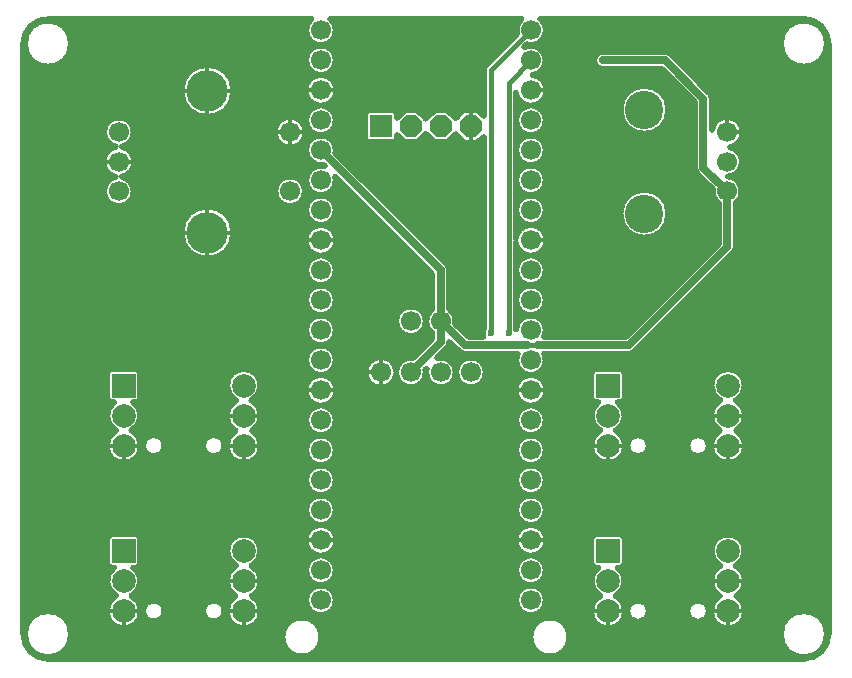
<source format=gbr>
G04 GENERATED BY PULSONIX 12.5 GERBER.DLL 9449*
G04 #@! TF.GenerationSoftware,Pulsonix,Pulsonix,12.5.9449*
G04 #@! TF.CreationDate,2025-01-20T21:22:03--1:00*
G04 #@! TF.Part,Single*
%FSLAX35Y35*%
%LPD*%
%MOMM*%
G04 #@! TF.FileFunction,Copper,L2,Bot*
G04 #@! TF.FilePolarity,Positive*
G04 #@! TA.AperFunction,OtherCopper,Copper*
%ADD14C,0.50000*%
%ADD15C,0.30000*%
G04 #@! TA.AperFunction,ViaPad*
%ADD17C,0.60000*%
%ADD18C,0.70000*%
G04 #@! TA.AperFunction,Conductor*
%ADD19C,0.63500*%
%ADD70C,0.40640*%
G04 #@! TA.AperFunction,ComponentPad*
%ADD23C,1.70000*%
%ADD26C,3.50000*%
%ADD27R,1.90500X1.90500*%
%AMT28*0 Octagon pad*4,1,8,0.39454,0.95250,-0.39454,0.95250,-0.95250,0.39454,-0.95250,-0.39454,-0.39454,-0.95250,0.39454,-0.95250,0.95250,-0.39454,0.95250,0.39454,0.39454,0.95250,0*%
%ADD28T28*%
%ADD72R,2.00000X2.00000*%
%ADD73C,2.00000*%
%ADD75C,3.25000*%
G04 #@! TD.AperFunction*
X0Y0D02*
D02*
D14*
X540800Y5625000D02*
Y625000D01*
G75*
G03*
X750000Y415800I209200J0D01*
G01*
X7150000D01*
G75*
G03*
X7359200Y625000I0J209200D01*
G01*
Y5625000D01*
G75*
G03*
X7150000Y5834200I-209200J0D01*
G01*
X4919191D01*
G75*
G02*
X4804306Y5617662I-80191J-96200D01*
G01*
X4782328Y5595684D01*
G75*
G02*
X4964240Y5484000I56672J-111684D01*
G01*
G75*
G02*
X4851562Y5359392I-125240J0D01*
G01*
G75*
G02*
Y5100608I-12562J-129392D01*
G01*
G75*
G02*
X4964240Y4976000I-12562J-124608D01*
G01*
G75*
G02*
X4713760I-125240J0D01*
G01*
G75*
G02*
X4826438Y5100608I125240J0D01*
G01*
G75*
G02*
X4710560Y5209921I12562J129392D01*
G01*
Y3980079D01*
G75*
G02*
X4826438Y4089392I128440J-20079D01*
G01*
G75*
G02*
X4713760Y4214000I12562J124608D01*
G01*
G75*
G02*
X4964240I125240J0D01*
G01*
G75*
G02*
X4851562Y4089392I-125240J0D01*
G01*
G75*
G02*
Y3830608I-12562J-129392D01*
G01*
G75*
G02*
X4964240Y3706000I-12562J-124608D01*
G01*
G75*
G02*
X4713760I-125240J0D01*
G01*
G75*
G02*
X4826438Y3830608I125240J0D01*
G01*
G75*
G02*
X4710560Y3939921I12562J129392D01*
G01*
Y3210583D01*
G75*
G02*
X4713911Y3204139I-60559J-35585D01*
G01*
G75*
G02*
X4964240Y3198000I125089J-6139D01*
G01*
G75*
G02*
X4951489Y3142943I-125240J0D01*
G01*
X5641133D01*
X6428010Y3929820D01*
Y4272518D01*
G75*
G02*
X6376630Y4396560I71990J102482D01*
G01*
X6249095Y4524095D01*
G75*
G02*
X6228010Y4575279I50905J50905D01*
G01*
Y5129180D01*
X5945180Y5412010D01*
X5471875D01*
G75*
G02*
X5374760Y5484000I-21875J71990D01*
G01*
G75*
G02*
X5471875Y5555990I75240J0D01*
G01*
X5974721D01*
G75*
G02*
X6025905Y5534905I279J-71990D01*
G01*
X6350905Y5209905D01*
G75*
G02*
X6371990Y5158721I-50905J-50905D01*
G01*
Y4897659D01*
G75*
G02*
X6630000Y4875000I128010J-22659D01*
G01*
G75*
G02*
X6525722Y4747570I-130000J0D01*
G01*
G75*
G02*
X6507750Y4500000I-25722J-122570D01*
G01*
G75*
G02*
X6571990Y4272518I-7750J-125000D01*
G01*
Y3900279D01*
G75*
G02*
X6550905Y3849095I-71990J-279D01*
G01*
X5721858Y3020048D01*
G75*
G02*
X5670674Y2998963I-50905J50905D01*
G01*
X4951535D01*
G75*
G02*
X4851562Y2819392I-112535J-54963D01*
G01*
G75*
G02*
Y2560608I-12562J-129392D01*
G01*
G75*
G02*
X4964240Y2436000I-12562J-124608D01*
G01*
G75*
G02*
X4713760I-125240J0D01*
G01*
G75*
G02*
X4826438Y2560608I125240J0D01*
G01*
G75*
G02*
Y2819392I12562J129392D01*
G01*
G75*
G02*
X4726465Y2998963I12562J124608D01*
G01*
X4281048D01*
G75*
G02*
X4230034Y3020158I0J71990D01*
G01*
X4148990Y3101202D01*
Y3095779D01*
G75*
G02*
X4127905Y3044595I-71990J-279D01*
G01*
X4046205Y2962895D01*
G75*
G02*
X4202240Y2841500I30795J-121395D01*
G01*
G75*
G02*
X3951760I-125240J0D01*
G01*
G75*
G02*
X3955605Y2872295I125240J0D01*
G01*
X3946370Y2863060D01*
G75*
G02*
X3948240Y2841500I-123370J-21562D01*
G01*
G75*
G02*
X3698392Y2828938I-125240J0D01*
G01*
G75*
G02*
X3439000Y2841500I-129392J12562D01*
G01*
G75*
G02*
X3698392Y2854062I130000J0D01*
G01*
G75*
G02*
X3844560Y2964870I124608J-12562D01*
G01*
X4005010Y3125320D01*
Y3172518D01*
G75*
G02*
Y3377482I71990J102482D01*
G01*
Y3676180D01*
X3182395Y4498795D01*
G75*
G02*
X3186240Y4468000I-121395J-30795D01*
G01*
G75*
G02*
X2935760I-125240J0D01*
G01*
G75*
G02*
X3091795Y4589395I125240J0D01*
G01*
X3082560Y4598630D01*
G75*
G02*
X2935760Y4722000I-21560J123370D01*
G01*
G75*
G02*
X3186240I125240J0D01*
G01*
G75*
G02*
X3184370Y4700440I-125240J2D01*
G01*
X4127905Y3756905D01*
G75*
G02*
X4148990Y3705721I-50905J-50905D01*
G01*
Y3377482D01*
G75*
G02*
X4200370Y3253439I-71990J-102482D01*
G01*
X4310867Y3142943D01*
X4437502D01*
G75*
G02*
X4439440Y3210583I62498J32057D01*
G01*
Y4835096D01*
X4402274Y4797930D01*
G75*
G02*
X4370297Y4784750I-31820J31820D01*
G01*
X4291703D01*
G75*
G02*
X4259726Y4797930I-157J45000D01*
G01*
X4203930Y4853726D01*
G75*
G02*
X4200805Y4857193I31819J31822D01*
G01*
X4200704Y4857092D01*
X4144908Y4801296D01*
G75*
G02*
X4116403Y4789510I-28454J28454D01*
G01*
X4037597D01*
G75*
G02*
X4009092Y4801296I-51J40240D01*
G01*
X3953296Y4857092D01*
G75*
G02*
X3950000Y4860824I28455J28452D01*
G01*
G75*
G02*
X3946704Y4857092I-31751J24720D01*
G01*
X3890908Y4801296D01*
G75*
G02*
X3862403Y4789510I-28454J28454D01*
G01*
X3783597D01*
G75*
G02*
X3755092Y4801296I-51J40240D01*
G01*
X3704490Y4851898D01*
Y4829750D01*
G75*
G02*
X3664250Y4789510I-40240J0D01*
G01*
X3473750D01*
G75*
G02*
X3433510Y4829750I0J40240D01*
G01*
Y5020250D01*
G75*
G02*
X3473750Y5060490I40240J0D01*
G01*
X3664250D01*
G75*
G02*
X3704490Y5020250I0J-40240D01*
G01*
Y4998102D01*
X3755092Y5048704D01*
G75*
G02*
X3783597Y5060490I28454J-28454D01*
G01*
X3862403D01*
G75*
G02*
X3890908Y5048704I51J-40240D01*
G01*
X3946704Y4992908D01*
G75*
G02*
X3950000Y4989176I-28455J-28452D01*
G01*
G75*
G02*
X3953296Y4992908I31751J-24720D01*
G01*
X4009092Y5048704D01*
G75*
G02*
X4037597Y5060490I28454J-28454D01*
G01*
X4116403D01*
G75*
G02*
X4144908Y5048704I51J-40240D01*
G01*
X4200704Y4992908D01*
X4200805Y4992807D01*
G75*
G02*
X4203930Y4996274I34944J-28355D01*
G01*
X4259726Y5052070D01*
G75*
G02*
X4291703Y5065250I31820J-31820D01*
G01*
X4370297D01*
G75*
G02*
X4402274Y5052070I157J-45000D01*
G01*
X4439440Y5014904D01*
Y5399000D01*
G75*
G02*
X4457360Y5442004I60560J0D01*
G01*
X4718662Y5703306D01*
G75*
G02*
X4758809Y5834200I120338J34694D01*
G01*
X3141191D01*
G75*
G02*
X3186240Y5738000I-80191J-96200D01*
G01*
G75*
G02*
X2935760I-125240J0D01*
G01*
G75*
G02*
X2980809Y5834200I125240J0D01*
G01*
X750000D01*
G75*
G03*
X540800Y5625000I0J-209200D01*
G01*
X7345240Y625000D02*
G75*
G02*
X6954760I-195240J0D01*
G01*
G75*
G02*
X7345240I195240J0D01*
G01*
Y5625000D02*
G75*
G02*
X6954760I-195240J0D01*
G01*
G75*
G02*
X7345240I195240J0D01*
G01*
X4964240Y4468000D02*
G75*
G02*
X4713760I-125240J0D01*
G01*
G75*
G02*
X4964240I125240J0D01*
G01*
Y4722000D02*
G75*
G02*
X4713760I-125240J0D01*
G01*
G75*
G02*
X4964240I125240J0D01*
G01*
Y3452000D02*
G75*
G02*
X4713760I-125240J0D01*
G01*
G75*
G02*
X4964240I125240J0D01*
G01*
X6002740Y4185000D02*
G75*
G02*
X5597260I-202740J0D01*
G01*
G75*
G02*
X6002740I202740J0D01*
G01*
Y5065000D02*
G75*
G02*
X5597260I-202740J0D01*
G01*
G75*
G02*
X6002740I202740J0D01*
G01*
X6344240Y821000D02*
G75*
G02*
X6163760I-90240J0D01*
G01*
G75*
G02*
X6344240I90240J0D01*
G01*
Y2221000D02*
G75*
G02*
X6163760I-90240J0D01*
G01*
G75*
G02*
X6344240I90240J0D01*
G01*
X6438029Y948000D02*
G75*
G02*
X6443116Y1204673I69971J127000D01*
G01*
G75*
G02*
X6367760Y1329000I64884J124327D01*
G01*
G75*
G02*
X6648240I140240J0D01*
G01*
G75*
G02*
X6572884Y1204673I-140240J0D01*
G01*
G75*
G02*
X6577971Y948000I-64884J-129673D01*
G01*
G75*
G02*
X6653000Y821000I-69971J-127000D01*
G01*
G75*
G02*
X6363000I-145000J0D01*
G01*
G75*
G02*
X6438029Y948000I145000J0D01*
G01*
Y2348000D02*
G75*
G02*
X6443116Y2604673I69971J127000D01*
G01*
G75*
G02*
X6367760Y2729000I64884J124327D01*
G01*
G75*
G02*
X6648240I140240J0D01*
G01*
G75*
G02*
X6572884Y2604673I-140240J0D01*
G01*
G75*
G02*
X6577971Y2348000I-64884J-129673D01*
G01*
G75*
G02*
X6653000Y2221000I-69971J-127000D01*
G01*
G75*
G02*
X6363000I-145000J0D01*
G01*
G75*
G02*
X6438029Y2348000I145000J0D01*
G01*
X5427116Y950673D02*
G75*
G02*
X5409988Y1188760I64884J124327D01*
G01*
X5392000D01*
G75*
G02*
X5351760Y1229000I0J40240D01*
G01*
Y1429000D01*
G75*
G02*
X5392000Y1469240I40240J0D01*
G01*
X5592000D01*
G75*
G02*
X5632240Y1429000I0J-40240D01*
G01*
Y1229000D01*
G75*
G02*
X5592000Y1188760I-40240J0D01*
G01*
X5574012D01*
G75*
G02*
X5556884Y950673I-82012J-113760D01*
G01*
G75*
G02*
X5637000Y821000I-64884J-129673D01*
G01*
G75*
G02*
X5347000I-145000J0D01*
G01*
G75*
G02*
X5427116Y950673I145000J0D01*
G01*
Y2350673D02*
G75*
G02*
X5409988Y2588760I64884J124327D01*
G01*
X5392000D01*
G75*
G02*
X5351760Y2629000I0J40240D01*
G01*
Y2829000D01*
G75*
G02*
X5392000Y2869240I40240J0D01*
G01*
X5592000D01*
G75*
G02*
X5632240Y2829000I0J-40240D01*
G01*
Y2629000D01*
G75*
G02*
X5592000Y2588760I-40240J0D01*
G01*
X5574012D01*
G75*
G02*
X5556884Y2350673I-82012J-113760D01*
G01*
G75*
G02*
X5637000Y2221000I-64884J-129673D01*
G01*
G75*
G02*
X5347000I-145000J0D01*
G01*
G75*
G02*
X5427116Y2350673I145000J0D01*
G01*
X5836240Y821000D02*
G75*
G02*
X5655760I-90240J0D01*
G01*
G75*
G02*
X5836240I90240J0D01*
G01*
Y2221000D02*
G75*
G02*
X5655760I-90240J0D01*
G01*
G75*
G02*
X5836240I90240J0D01*
G01*
X4964240Y1674000D02*
G75*
G02*
X4851562Y1549392I-125240J0D01*
G01*
G75*
G02*
Y1290608I-12562J-129392D01*
G01*
G75*
G02*
X4964240Y1166000I-12562J-124608D01*
G01*
G75*
G02*
X4713760I-125240J0D01*
G01*
G75*
G02*
X4826438Y1290608I125240J0D01*
G01*
G75*
G02*
Y1549392I12562J129392D01*
G01*
G75*
G02*
X4713760Y1674000I12562J124608D01*
G01*
G75*
G02*
X4964240I125240J0D01*
G01*
Y912000D02*
G75*
G02*
X4713760I-125240J0D01*
G01*
G75*
G02*
X4964240I125240J0D01*
G01*
X5165240Y601500D02*
G75*
G02*
X4834760I-165240J0D01*
G01*
G75*
G02*
X5165240I165240J0D01*
G01*
X4964240Y1928000D02*
G75*
G02*
X4713760I-125240J0D01*
G01*
G75*
G02*
X4964240I125240J0D01*
G01*
Y2182000D02*
G75*
G02*
X4713760I-125240J0D01*
G01*
G75*
G02*
X4964240I125240J0D01*
G01*
X4456240Y2841500D02*
G75*
G02*
X4205760I-125240J0D01*
G01*
G75*
G02*
X4456240I125240J0D01*
G01*
X3948240Y3275000D02*
G75*
G02*
X3697760I-125240J0D01*
G01*
G75*
G02*
X3948240I125240J0D01*
G01*
X1324278Y4752430D02*
G75*
G02*
X1224760Y4875000I25722J122570D01*
G01*
G75*
G02*
X1475240I125240J0D01*
G01*
G75*
G02*
X1375722Y4752430I-125240J0D01*
G01*
G75*
G02*
Y4497570I-25722J-127430D01*
G01*
G75*
G02*
X1475240Y4375000I-25722J-122570D01*
G01*
G75*
G02*
X1224760I-125240J0D01*
G01*
G75*
G02*
X1324278Y4497570I125240J0D01*
G01*
G75*
G02*
Y4752430I25722J127430D01*
G01*
X1327116Y950673D02*
G75*
G02*
X1309988Y1188760I64884J124327D01*
G01*
X1292000D01*
G75*
G02*
X1251760Y1229000I0J40240D01*
G01*
Y1429000D01*
G75*
G02*
X1292000Y1469240I40240J0D01*
G01*
X1492000D01*
G75*
G02*
X1532240Y1429000I0J-40240D01*
G01*
Y1229000D01*
G75*
G02*
X1492000Y1188760I-40240J0D01*
G01*
X1474012D01*
G75*
G02*
X1456884Y950673I-82012J-113760D01*
G01*
G75*
G02*
X1537000Y821000I-64884J-129673D01*
G01*
G75*
G02*
X1247000I-145000J0D01*
G01*
G75*
G02*
X1327116Y950673I145000J0D01*
G01*
Y2350673D02*
G75*
G02*
X1309988Y2588760I64884J124327D01*
G01*
X1292000D01*
G75*
G02*
X1251760Y2629000I0J40240D01*
G01*
Y2829000D01*
G75*
G02*
X1292000Y2869240I40240J0D01*
G01*
X1492000D01*
G75*
G02*
X1532240Y2829000I0J-40240D01*
G01*
Y2629000D01*
G75*
G02*
X1492000Y2588760I-40240J0D01*
G01*
X1474012D01*
G75*
G02*
X1456884Y2350673I-82012J-113760D01*
G01*
G75*
G02*
X1537000Y2221000I-64884J-129673D01*
G01*
G75*
G02*
X1247000I-145000J0D01*
G01*
G75*
G02*
X1327116Y2350673I145000J0D01*
G01*
X1736240Y821000D02*
G75*
G02*
X1555760I-90240J0D01*
G01*
G75*
G02*
X1736240I90240J0D01*
G01*
Y2221000D02*
G75*
G02*
X1555760I-90240J0D01*
G01*
G75*
G02*
X1736240I90240J0D01*
G01*
X2320000Y4025000D02*
G75*
G02*
X1880000I-220000J0D01*
G01*
G75*
G02*
X2320000I220000J0D01*
G01*
X2244240Y821000D02*
G75*
G02*
X2063760I-90240J0D01*
G01*
G75*
G02*
X2244240I90240J0D01*
G01*
Y2221000D02*
G75*
G02*
X2063760I-90240J0D01*
G01*
G75*
G02*
X2244240I90240J0D01*
G01*
X2338029Y948000D02*
G75*
G02*
X2343116Y1204673I69971J127000D01*
G01*
G75*
G02*
X2267760Y1329000I64884J124327D01*
G01*
G75*
G02*
X2548240I140240J0D01*
G01*
G75*
G02*
X2472884Y1204673I-140240J0D01*
G01*
G75*
G02*
X2477971Y948000I-64884J-129673D01*
G01*
G75*
G02*
X2553000Y821000I-69971J-127000D01*
G01*
G75*
G02*
X2263000I-145000J0D01*
G01*
G75*
G02*
X2338029Y948000I145000J0D01*
G01*
Y2348000D02*
G75*
G02*
X2343116Y2604673I69971J127000D01*
G01*
G75*
G02*
X2267760Y2729000I64884J124327D01*
G01*
G75*
G02*
X2548240I140240J0D01*
G01*
G75*
G02*
X2472884Y2604673I-140240J0D01*
G01*
G75*
G02*
X2477971Y2348000I-64884J-129673D01*
G01*
G75*
G02*
X2553000Y2221000I-69971J-127000D01*
G01*
G75*
G02*
X2263000I-145000J0D01*
G01*
G75*
G02*
X2338029Y2348000I145000J0D01*
G01*
X2320000Y5225000D02*
G75*
G02*
X1880000I-220000J0D01*
G01*
G75*
G02*
X2320000I220000J0D01*
G01*
X2930000Y4875000D02*
G75*
G02*
X2670000I-130000J0D01*
G01*
G75*
G02*
X2930000I130000J0D01*
G01*
X2925240Y4375000D02*
G75*
G02*
X2674760I-125240J0D01*
G01*
G75*
G02*
X2925240I125240J0D01*
G01*
X3065240Y601500D02*
G75*
G02*
X2734760I-165240J0D01*
G01*
G75*
G02*
X3065240I165240J0D01*
G01*
X3048438Y1549392D02*
G75*
G02*
X2935760Y1674000I12562J124608D01*
G01*
G75*
G02*
X3186240I125240J0D01*
G01*
G75*
G02*
X3073562Y1549392I-125240J0D01*
G01*
G75*
G02*
Y1290608I-12562J-129392D01*
G01*
G75*
G02*
X3186240Y1166000I-12562J-124608D01*
G01*
G75*
G02*
X2935760I-125240J0D01*
G01*
G75*
G02*
X3048438Y1290608I125240J0D01*
G01*
G75*
G02*
Y1549392I12562J129392D01*
G01*
X3186240Y912000D02*
G75*
G02*
X2935760I-125240J0D01*
G01*
G75*
G02*
X3186240I125240J0D01*
G01*
X3048438Y2819392D02*
G75*
G02*
X2935760Y2944000I12562J124608D01*
G01*
G75*
G02*
X3186240I125240J0D01*
G01*
G75*
G02*
X3073562Y2819392I-125240J0D01*
G01*
G75*
G02*
Y2560608I-12562J-129392D01*
G01*
G75*
G02*
X3186240Y2436000I-12562J-124608D01*
G01*
G75*
G02*
X2935760I-125240J0D01*
G01*
G75*
G02*
X3048438Y2560608I125240J0D01*
G01*
G75*
G02*
Y2819392I12562J129392D01*
G01*
X3186240Y1928000D02*
G75*
G02*
X2935760I-125240J0D01*
G01*
G75*
G02*
X3186240I125240J0D01*
G01*
Y2182000D02*
G75*
G02*
X2935760I-125240J0D01*
G01*
G75*
G02*
X3186240I125240J0D01*
G01*
X3048438Y4089392D02*
G75*
G02*
X2935760Y4214000I12562J124608D01*
G01*
G75*
G02*
X3186240I125240J0D01*
G01*
G75*
G02*
X3073562Y4089392I-125240J0D01*
G01*
G75*
G02*
Y3830608I-12562J-129392D01*
G01*
G75*
G02*
X3186240Y3706000I-12562J-124608D01*
G01*
G75*
G02*
X2935760I-125240J0D01*
G01*
G75*
G02*
X3048438Y3830608I125240J0D01*
G01*
G75*
G02*
Y4089392I12562J129392D01*
G01*
X3186240Y3198000D02*
G75*
G02*
X2935760I-125240J0D01*
G01*
G75*
G02*
X3186240I125240J0D01*
G01*
Y3452000D02*
G75*
G02*
X2935760I-125240J0D01*
G01*
G75*
G02*
X3186240I125240J0D01*
G01*
X3048438Y5359392D02*
G75*
G02*
X2935760Y5484000I12562J124608D01*
G01*
G75*
G02*
X3186240I125240J0D01*
G01*
G75*
G02*
X3073562Y5359392I-125240J0D01*
G01*
G75*
G02*
Y5100608I-12562J-129392D01*
G01*
G75*
G02*
X3186240Y4976000I-12562J-124608D01*
G01*
G75*
G02*
X2935760I-125240J0D01*
G01*
G75*
G02*
X3048438Y5100608I125240J0D01*
G01*
G75*
G02*
Y5359392I12562J129392D01*
G01*
X945240Y625000D02*
G75*
G02*
X554760I-195240J0D01*
G01*
G75*
G02*
X945240I195240J0D01*
G01*
Y5625000D02*
G75*
G02*
X554760I-195240J0D01*
G01*
G75*
G02*
X945240I195240J0D01*
G01*
X540800Y4722000D02*
G36*
X540800Y4722000D02*
Y4468000D01*
X1266119D01*
G75*
G02*
X1324278Y4497570I83881J-93000D01*
G01*
G75*
G02*
X1220000Y4625000I25722J127430D01*
G01*
G75*
G02*
X1263449Y4722000I130000J0D01*
G01*
X540800D01*
G37*
Y4875000D02*
G36*
X540800Y4875000D02*
Y4722000D01*
X1263449D01*
G75*
G02*
X1324278Y4752430I86551J-97000D01*
G01*
G75*
G02*
X1224760Y4875000I25722J122570D01*
G01*
X540800D01*
G37*
Y1420000D02*
G36*
X540800Y1420000D02*
Y821000D01*
X1247000D01*
G75*
G02*
X1327116Y950673I145000J0D01*
G01*
G75*
G02*
X1251760Y1075000I64884J124327D01*
G01*
G75*
G02*
X1309988Y1188760I140240J0D01*
G01*
X1292000D01*
G75*
G02*
X1251760Y1229000I0J40240D01*
G01*
Y1420000D01*
X540800D01*
G37*
Y2841500D02*
G36*
X540800Y2841500D02*
Y2221000D01*
X1247000D01*
G75*
G02*
X1327116Y2350673I145000J0D01*
G01*
G75*
G02*
X1251760Y2475000I64884J124327D01*
G01*
G75*
G02*
X1309988Y2588760I140240J0D01*
G01*
X1292000D01*
G75*
G02*
X1251760Y2629000I0J40240D01*
G01*
Y2829000D01*
G75*
G02*
X1253751Y2841500I40240J-1D01*
G01*
X540800D01*
G37*
X1456884Y950673D02*
G36*
X1456884Y950673D02*
G75*
G02*
X1537000Y821000I-64884J-129673D01*
G01*
X1555760D01*
G75*
G02*
X1736240I90240J0D01*
G01*
X2063760D01*
G75*
G02*
X2244240I90240J0D01*
G01*
X2263000D01*
G75*
G02*
X2338029Y948000I145000J0D01*
G01*
G75*
G02*
X2263000Y1075000I69971J127000D01*
G01*
G75*
G02*
X2343116Y1204673I145000J0D01*
G01*
G75*
G02*
X2267760Y1329000I64884J124327D01*
G01*
G75*
G02*
X2301294Y1420000I140240J0D01*
G01*
X1532240D01*
Y1229000D01*
G75*
G02*
X1492000Y1188760I-40240J0D01*
G01*
X1474012D01*
G75*
G02*
X1532240Y1075000I-82012J-113760D01*
G01*
G75*
G02*
X1456884Y950673I-140240J0D01*
G01*
G37*
Y2350673D02*
G36*
X1456884Y2350673D02*
G75*
G02*
X1537000Y2221000I-64884J-129673D01*
G01*
X1555760D01*
G75*
G02*
X1736240I90240J0D01*
G01*
X2063760D01*
G75*
G02*
X2244240I90240J0D01*
G01*
X2263000D01*
G75*
G02*
X2338029Y2348000I145000J0D01*
G01*
G75*
G02*
X2263000Y2475000I69971J127000D01*
G01*
G75*
G02*
X2343116Y2604673I145000J0D01*
G01*
G75*
G02*
X2267760Y2729000I64884J124327D01*
G01*
G75*
G02*
X2324268Y2841500I140240J0D01*
G01*
X1530249D01*
G75*
G02*
X1532240Y2829000I-38249J-12501D01*
G01*
Y2629000D01*
G75*
G02*
X1492000Y2588760I-40240J0D01*
G01*
X1474012D01*
G75*
G02*
X1532240Y2475000I-82012J-113760D01*
G01*
G75*
G02*
X1456884Y2350673I-140240J0D01*
G01*
G37*
X540800Y5065000D02*
G36*
X540800Y5065000D02*
Y4875000D01*
X1224760D01*
G75*
G02*
X1475240I125240J0D01*
G01*
X2670000D01*
G75*
G02*
X2930000I130000J0D01*
G01*
X2986946D01*
G75*
G02*
X2935760Y4976000I74054J101000D01*
G01*
G75*
G02*
X2972886Y5065000I125240J0D01*
G01*
X2250997D01*
G75*
G02*
X1949003I-150997J160000D01*
G01*
X540800D01*
G37*
Y5625000D02*
G36*
X540800Y5625000D02*
X554760D01*
G75*
G02*
X945240I195240J0D01*
G01*
X3006999D01*
G75*
G02*
X2935760Y5738000I54001J113000D01*
G01*
G75*
G02*
X2980809Y5834200I125240J0D01*
G01*
X750000D01*
G75*
G03*
X540800Y5625000I0J-209200D01*
G01*
G37*
X1375722Y4497570D02*
G36*
X1375722Y4497570D02*
G75*
G02*
X1433881Y4468000I-25722J-122570D01*
G01*
X2716119D01*
G75*
G02*
X2883881I83881J-93000D01*
G01*
X2935760D01*
G75*
G02*
X3091795Y4589395I125240J0D01*
G01*
X3082560Y4598630D01*
G75*
G02*
X2935760Y4722000I-21560J123370D01*
G01*
X1436551D01*
G75*
G02*
X1480000Y4625000I-86551J-97000D01*
G01*
G75*
G02*
X1375722Y4497570I-130000J0D01*
G01*
G37*
X3182395Y4498795D02*
G36*
X3182395Y4498795D02*
G75*
G02*
X3186240Y4468000I-121395J-30795D01*
G01*
X3213190D01*
X3182395Y4498795D01*
G37*
X540800Y4468000D02*
G36*
X540800Y4468000D02*
Y4185000D01*
X1949003D01*
G75*
G02*
X2250997I150997J-160000D01*
G01*
X2939164D01*
G75*
G02*
X2935760Y4214000I121836J29001D01*
G01*
G75*
G02*
X3186240I125240J0D01*
G01*
G75*
G02*
X3182836Y4185000I-125240J1D01*
G01*
X3496190D01*
X3213190Y4468000D01*
X3186240D01*
G75*
G02*
X2935760I-125240J0D01*
G01*
X2883881D01*
G75*
G02*
X2925240Y4375000I-83881J-93000D01*
G01*
G75*
G02*
X2674760I-125240J0D01*
G01*
G75*
G02*
X2716119Y4468000I125240J0D01*
G01*
X1433881D01*
G75*
G02*
X1475240Y4375000I-83881J-93000D01*
G01*
G75*
G02*
X1224760I-125240J0D01*
G01*
G75*
G02*
X1266119Y4468000I125240J0D01*
G01*
X540800D01*
G37*
X3946370Y2863060D02*
G36*
X3946370Y2863060D02*
G75*
G02*
X3948240Y2841500I-123370J-21562D01*
G01*
X3951760D01*
G75*
G02*
X3955605Y2872295I125240J0D01*
G01*
X3946370Y2863060D01*
G37*
X540800Y3275000D02*
G36*
X540800Y3275000D02*
Y2841500D01*
X1253751D01*
G75*
G02*
X1292000Y2869240I38249J-12500D01*
G01*
X1492000D01*
G75*
G02*
X1530249Y2841500I0J-40240D01*
G01*
X2324268D01*
G75*
G02*
X2491732I83732J-112500D01*
G01*
X2989037D01*
G75*
G02*
X2935760Y2944000I71963J102501D01*
G01*
G75*
G02*
X3186240I125240J0D01*
G01*
G75*
G02*
X3132963Y2841500I-125240J1D01*
G01*
X3439000D01*
G75*
G02*
X3698392Y2854062I130000J0D01*
G01*
G75*
G02*
X3844560Y2964870I124608J-12562D01*
G01*
X4005010Y3125320D01*
Y3172518D01*
G75*
G02*
X3951760Y3275000I71990J102482D01*
G01*
X3948240D01*
G75*
G02*
X3697760I-125240J0D01*
G01*
X3159773D01*
G75*
G02*
X3186240Y3198000I-98773J-77000D01*
G01*
G75*
G02*
X2935760I-125240J0D01*
G01*
G75*
G02*
X2962227Y3275000I125240J0D01*
G01*
X540800D01*
G37*
Y3452000D02*
G36*
X540800Y3452000D02*
Y3275000D01*
X2962227D01*
G75*
G02*
X3159773I98773J-77000D01*
G01*
X3697760D01*
G75*
G02*
X3948240I125240J0D01*
G01*
X3951760D01*
G75*
G02*
X4005010Y3377482I125240J0D01*
G01*
Y3452000D01*
X3186240D01*
G75*
G02*
X2935760I-125240J0D01*
G01*
X540800D01*
G37*
Y4185000D02*
G36*
X540800Y4185000D02*
Y3452000D01*
X2935760D01*
G75*
G02*
X3186240I125240J0D01*
G01*
X4005010D01*
Y3676180D01*
X3496190Y4185000D01*
X3182836D01*
G75*
G02*
X3073562Y4089392I-121836J29000D01*
G01*
G75*
G02*
X3191000Y3960000I-12562J-129392D01*
G01*
G75*
G02*
X3073562Y3830608I-130000J0D01*
G01*
G75*
G02*
X3186240Y3706000I-12562J-124608D01*
G01*
G75*
G02*
X2935760I-125240J0D01*
G01*
G75*
G02*
X3048438Y3830608I125240J0D01*
G01*
G75*
G02*
X2931000Y3960000I12562J129392D01*
G01*
G75*
G02*
X3048438Y4089392I130000J0D01*
G01*
G75*
G02*
X2939164Y4185000I12562J124608D01*
G01*
X2250997D01*
G75*
G02*
X2320000Y4025000I-150997J-160000D01*
G01*
G75*
G02*
X1880000I-220000J0D01*
G01*
G75*
G02*
X1949003Y4185000I220000J0D01*
G01*
X540800D01*
G37*
X3135054Y4875000D02*
G36*
X3135054Y4875000D02*
X3433510D01*
Y5020250D01*
G75*
G02*
X3473750Y5060490I40240J0D01*
G01*
X3664250D01*
G75*
G02*
X3704490Y5020250I0J-40240D01*
G01*
Y4998102D01*
X3755092Y5048704D01*
G75*
G02*
X3783597Y5060490I28454J-28454D01*
G01*
X3862403D01*
G75*
G02*
X3890908Y5048704I51J-40240D01*
G01*
X3946704Y4992908D01*
G75*
G02*
X3950000Y4989176I-28455J-28452D01*
G01*
G75*
G02*
X3953296Y4992908I31751J-24720D01*
G01*
X4009092Y5048704D01*
G75*
G02*
X4037597Y5060490I28454J-28454D01*
G01*
X4116403D01*
G75*
G02*
X4144908Y5048704I51J-40240D01*
G01*
X4200704Y4992908D01*
X4200805Y4992807D01*
G75*
G02*
X4203930Y4996274I34944J-28355D01*
G01*
X4259726Y5052070D01*
G75*
G02*
X4286807Y5065000I31820J-31820D01*
G01*
X3149114D01*
G75*
G02*
X3186240Y4976000I-88114J-89000D01*
G01*
G75*
G02*
X3135054Y4875000I-125240J0D01*
G01*
G37*
X4200370Y3253439D02*
G36*
X4200370Y3253439D02*
X4310867Y3142943D01*
X4437502D01*
G75*
G02*
X4429760Y3175000I62498J32057D01*
G01*
G75*
G02*
X4439440Y3210583I70240J0D01*
G01*
Y3275000D01*
X4202240D01*
G75*
G02*
X4200370Y3253439I-125240J1D01*
G01*
G37*
X4148990Y3452000D02*
G36*
X4148990Y3452000D02*
Y3377482D01*
G75*
G02*
X4202240Y3275000I-71990J-102482D01*
G01*
X4439440D01*
Y3452000D01*
X4148990D01*
G37*
X3699810Y4185000D02*
G36*
X3699810Y4185000D02*
X4127905Y3756905D01*
G75*
G02*
X4148991Y3706000I-50905J-50906D01*
G01*
X4148990Y3705721D01*
Y3452000D01*
X4439440D01*
Y4185000D01*
X3699810D01*
G37*
X3416810Y4468000D02*
G36*
X3416810Y4468000D02*
X3699810Y4185000D01*
X4439440D01*
Y4468000D01*
X3416810D01*
G37*
X3184370Y4700440D02*
G36*
X3184370Y4700440D02*
X3416810Y4468000D01*
X4439440D01*
Y4722000D01*
X3186240D01*
G75*
G02*
X3184370Y4700440I-125240J2D01*
G01*
G37*
X1375722Y4752430D02*
G36*
X1375722Y4752430D02*
G75*
G02*
X1436551Y4722000I-25722J-127430D01*
G01*
X2935760D01*
G75*
G02*
X3186240I125240J0D01*
G01*
X4439440D01*
Y4835096D01*
X4402274Y4797930D01*
G75*
G02*
X4370297Y4784750I-31820J31820D01*
G01*
X4291703D01*
G75*
G02*
X4259726Y4797930I-157J45000D01*
G01*
X4203930Y4853726D01*
G75*
G02*
X4200805Y4857193I31819J31822D01*
G01*
X4200704Y4857092D01*
X4144908Y4801296D01*
G75*
G02*
X4116403Y4789510I-28454J28454D01*
G01*
X4037597D01*
G75*
G02*
X4009092Y4801296I-51J40240D01*
G01*
X3953296Y4857092D01*
G75*
G02*
X3950000Y4860824I28455J28452D01*
G01*
G75*
G02*
X3946704Y4857092I-31751J24720D01*
G01*
X3890908Y4801296D01*
G75*
G02*
X3862403Y4789510I-28454J28454D01*
G01*
X3783597D01*
G75*
G02*
X3755092Y4801296I-51J40240D01*
G01*
X3704490Y4851898D01*
Y4829750D01*
G75*
G02*
X3664250Y4789510I-40240J0D01*
G01*
X3473750D01*
G75*
G02*
X3433510Y4829750I0J40240D01*
G01*
Y4875000D01*
X3135054D01*
G75*
G02*
X2986946I-74054J101000D01*
G01*
X2930000D01*
G75*
G02*
X2670000I-130000J0D01*
G01*
X1475240D01*
G75*
G02*
X1375722Y4752430I-125240J0D01*
G01*
G37*
X4375193Y5065000D02*
G36*
X4375193Y5065000D02*
G75*
G02*
X4402274Y5052070I-4739J-44750D01*
G01*
X4439440Y5014904D01*
Y5065000D01*
X4375193D01*
G37*
X540800Y5625000D02*
G36*
X540800Y5625000D02*
Y5065000D01*
X1949003D01*
G75*
G02*
X1880000Y5225000I150997J160000D01*
G01*
G75*
G02*
X2320000I220000J0D01*
G01*
G75*
G02*
X2250997Y5065000I-220000J0D01*
G01*
X2972886D01*
G75*
G02*
X3048438Y5100608I88113J-89000D01*
G01*
G75*
G02*
X2931000Y5230000I12562J129392D01*
G01*
G75*
G02*
X3048438Y5359392I130000J0D01*
G01*
G75*
G02*
X2935760Y5484000I12562J124608D01*
G01*
G75*
G02*
X3186240I125240J0D01*
G01*
G75*
G02*
X3073562Y5359392I-125240J0D01*
G01*
G75*
G02*
X3191000Y5230000I-12562J-129392D01*
G01*
G75*
G02*
X3073562Y5100608I-130000J0D01*
G01*
G75*
G02*
X3149114Y5065000I-12561J-124608D01*
G01*
X4286807D01*
G75*
G02*
X4291703Y5065250I4739J-44750D01*
G01*
X4370297D01*
G75*
G02*
X4375193Y5065000I157J-45000D01*
G01*
X4439440D01*
Y5399000D01*
G75*
G02*
X4457360Y5442004I60560J0D01*
G01*
X4640356Y5625000D01*
X3115001D01*
G75*
G02*
X3006999I-54001J113000D01*
G01*
X945240D01*
G75*
G02*
X554760I-195240J0D01*
G01*
X540800D01*
G37*
X4710560Y3275000D02*
G36*
X4710560Y3275000D02*
Y3210583D01*
G75*
G02*
X4713911Y3204139I-60559J-35585D01*
G01*
G75*
G02*
X4740228Y3275000I125089J-6139D01*
G01*
X4710560D01*
G37*
X3115001Y5625000D02*
G36*
X3115001Y5625000D02*
X4640356D01*
X4718662Y5703306D01*
G75*
G02*
X4713760Y5738000I120338J34696D01*
G01*
G75*
G02*
X4758809Y5834200I125240J0D01*
G01*
X3141191D01*
G75*
G02*
X3186240Y5738000I-80191J-96200D01*
G01*
G75*
G02*
X3115001Y5625000I-125240J0D01*
G01*
G37*
X4710560Y5065000D02*
G36*
X4710560Y5065000D02*
Y4875000D01*
X4764946D01*
G75*
G02*
X4713760Y4976000I74054J101000D01*
G01*
G75*
G02*
X4750886Y5065000I125240J0D01*
G01*
X4710560D01*
G37*
X4046205Y2962895D02*
G36*
X4046205Y2962895D02*
G75*
G02*
X4202240Y2841500I30795J-121395D01*
G01*
X4205760D01*
G75*
G02*
X4456240I125240J0D01*
G01*
X4767037D01*
G75*
G02*
X4713760Y2944000I71963J102501D01*
G01*
G75*
G02*
X4726465Y2998963I125240J0D01*
G01*
X4281048D01*
G75*
G02*
X4230034Y3020158I0J71990D01*
G01*
X4148990Y3101202D01*
Y3095779D01*
X4148991Y3095500D01*
G75*
G02*
X4127905Y3044595I-71991J1D01*
G01*
X4046205Y2962895D01*
G37*
X4710560Y4185000D02*
G36*
X4710560Y4185000D02*
Y3980079D01*
G75*
G02*
X4826438Y4089392I128440J-20079D01*
G01*
G75*
G02*
X4717164Y4185000I12562J124608D01*
G01*
X4710560D01*
G37*
Y5209921D02*
G36*
X4710560Y5209921D02*
Y5065000D01*
X4750886D01*
G75*
G02*
X4826438Y5100608I88113J-89000D01*
G01*
G75*
G02*
X4710560Y5209921I12562J129392D01*
G01*
G37*
X2472884Y1204673D02*
G36*
X2472884Y1204673D02*
G75*
G02*
X2553000Y1075000I-64884J-129673D01*
G01*
G75*
G02*
X2477971Y948000I-145000J0D01*
G01*
G75*
G02*
X2553000Y821000I-69971J-127000D01*
G01*
X2974953D01*
G75*
G02*
X2935760Y912000I86047J91000D01*
G01*
G75*
G02*
X3186240I125240J0D01*
G01*
G75*
G02*
X3147047Y821000I-125240J0D01*
G01*
X4752953D01*
G75*
G02*
X4713760Y912000I86047J91000D01*
G01*
G75*
G02*
X4964240I125240J0D01*
G01*
G75*
G02*
X4925047Y821000I-125240J0D01*
G01*
X5347000D01*
G75*
G02*
X5427116Y950673I145000J0D01*
G01*
G75*
G02*
X5351760Y1075000I64884J124327D01*
G01*
G75*
G02*
X5409988Y1188760I140240J0D01*
G01*
X5392000D01*
G75*
G02*
X5351760Y1229000I0J40240D01*
G01*
Y1420000D01*
X4969000D01*
G75*
G02*
X4851562Y1290608I-130000J0D01*
G01*
G75*
G02*
X4964240Y1166000I-12562J-124608D01*
G01*
G75*
G02*
X4713760I-125240J0D01*
G01*
G75*
G02*
X4826438Y1290608I125240J0D01*
G01*
G75*
G02*
X4709000Y1420000I12562J129392D01*
G01*
X3191000D01*
G75*
G02*
X3073562Y1290608I-130000J0D01*
G01*
G75*
G02*
X3186240Y1166000I-12562J-124608D01*
G01*
G75*
G02*
X2935760I-125240J0D01*
G01*
G75*
G02*
X3048438Y1290608I125240J0D01*
G01*
G75*
G02*
X2931000Y1420000I12562J129392D01*
G01*
X2514706D01*
G75*
G02*
X2548240Y1329000I-106706J-91000D01*
G01*
G75*
G02*
X2472884Y1204673I-140240J0D01*
G01*
G37*
Y2604673D02*
G36*
X2472884Y2604673D02*
G75*
G02*
X2553000Y2475000I-64884J-129673D01*
G01*
G75*
G02*
X2477971Y2348000I-145000J0D01*
G01*
G75*
G02*
X2553000Y2221000I-69971J-127000D01*
G01*
X2941987D01*
G75*
G02*
X3180013I119013J-39000D01*
G01*
X4719987D01*
G75*
G02*
X4958013I119013J-39000D01*
G01*
X5347000D01*
G75*
G02*
X5427116Y2350673I145000J0D01*
G01*
G75*
G02*
X5351760Y2475000I64884J124327D01*
G01*
G75*
G02*
X5409988Y2588760I140240J0D01*
G01*
X5392000D01*
G75*
G02*
X5351760Y2629000I0J40240D01*
G01*
Y2829000D01*
G75*
G02*
X5353751Y2841500I40240J-1D01*
G01*
X4910963D01*
G75*
G02*
X4851562Y2819392I-71963J102500D01*
G01*
G75*
G02*
X4969000Y2690000I-12562J-129392D01*
G01*
G75*
G02*
X4851562Y2560608I-130000J0D01*
G01*
G75*
G02*
X4964240Y2436000I-12562J-124608D01*
G01*
G75*
G02*
X4713760I-125240J0D01*
G01*
G75*
G02*
X4826438Y2560608I125240J0D01*
G01*
G75*
G02*
X4709000Y2690000I12562J129392D01*
G01*
G75*
G02*
X4826438Y2819392I130000J0D01*
G01*
G75*
G02*
X4767037Y2841500I12562J124608D01*
G01*
X4456240D01*
G75*
G02*
X4205760I-125240J0D01*
G01*
X4202240D01*
G75*
G02*
X3951760I-125240J0D01*
G01*
X3948240D01*
G75*
G02*
X3698392Y2828938I-125240J0D01*
G01*
G75*
G02*
X3439000Y2841500I-129392J12562D01*
G01*
X3132963D01*
G75*
G02*
X3073562Y2819392I-71963J102500D01*
G01*
G75*
G02*
X3191000Y2690000I-12562J-129392D01*
G01*
G75*
G02*
X3073562Y2560608I-130000J0D01*
G01*
G75*
G02*
X3186240Y2436000I-12562J-124608D01*
G01*
G75*
G02*
X2935760I-125240J0D01*
G01*
G75*
G02*
X3048438Y2560608I125240J0D01*
G01*
G75*
G02*
X2931000Y2690000I12562J129392D01*
G01*
G75*
G02*
X3048438Y2819392I130000J0D01*
G01*
G75*
G02*
X2989037Y2841500I12562J124608D01*
G01*
X2491732D01*
G75*
G02*
X2548240Y2729000I-83732J-112500D01*
G01*
G75*
G02*
X2472884Y2604673I-140240J0D01*
G01*
G37*
X4913054Y4875000D02*
G36*
X4913054Y4875000D02*
X5729265D01*
G75*
G02*
X5597260Y5065000I70735J190000D01*
G01*
X4927114D01*
G75*
G02*
X4964240Y4976000I-88114J-89000D01*
G01*
G75*
G02*
X4913054Y4875000I-125240J0D01*
G01*
G37*
X4937773Y3275000D02*
G36*
X4937773Y3275000D02*
G75*
G02*
X4964240Y3198000I-98773J-77000D01*
G01*
G75*
G02*
X4951489Y3142943I-125240J0D01*
G01*
X5641133D01*
X5773190Y3275000D01*
X4937773D01*
G37*
X4710560Y3452000D02*
G36*
X4710560Y3452000D02*
Y3275000D01*
X4740228D01*
G75*
G02*
X4937773I98773J-77000D01*
G01*
X5773190D01*
X5950190Y3452000D01*
X4964240D01*
G75*
G02*
X4713760I-125240J0D01*
G01*
X4710560D01*
G37*
Y4875000D02*
G36*
X4710560Y4875000D02*
Y4722000D01*
X4713760D01*
G75*
G02*
X4964240I125240J0D01*
G01*
X6228010D01*
Y4875000D01*
X5870735D01*
G75*
G02*
X5729265I-70735J190000D01*
G01*
X4913054D01*
G75*
G02*
X4764946I-74054J101000D01*
G01*
X4710560D01*
G37*
X5870735D02*
G36*
X5870735Y4875000D02*
X6228010D01*
Y5065000D01*
X6002740D01*
G75*
G02*
X5870735Y4875000I-202740J0D01*
G01*
G37*
X4710560Y4722000D02*
G36*
X4710560Y4722000D02*
Y4468000D01*
X4713760D01*
G75*
G02*
X4964240I125240J0D01*
G01*
X6305190D01*
X6249095Y4524095D01*
G75*
G02*
X6228009Y4575000I50905J50906D01*
G01*
X6228010Y4575279D01*
Y4722000D01*
X4964240D01*
G75*
G02*
X4713760I-125240J0D01*
G01*
X4710560D01*
G37*
Y3939921D02*
G36*
X4710560Y3939921D02*
Y3452000D01*
X4713760D01*
G75*
G02*
X4964240I125240J0D01*
G01*
X5950190D01*
X6428010Y3929820D01*
Y4185000D01*
X6002740D01*
G75*
G02*
X5597260I-202740J0D01*
G01*
X4960836D01*
G75*
G02*
X4851562Y4089392I-121836J29000D01*
G01*
G75*
G02*
X4969000Y3960000I-12562J-129392D01*
G01*
G75*
G02*
X4851562Y3830608I-130000J0D01*
G01*
G75*
G02*
X4964240Y3706000I-12562J-124608D01*
G01*
G75*
G02*
X4713760I-125240J0D01*
G01*
G75*
G02*
X4826438Y3830608I125240J0D01*
G01*
G75*
G02*
X4710560Y3939921I12562J129392D01*
G01*
G37*
Y4468000D02*
G36*
X4710560Y4468000D02*
Y4185000D01*
X4717164D01*
G75*
G02*
X4713760Y4214000I121836J29001D01*
G01*
G75*
G02*
X4964240I125240J0D01*
G01*
G75*
G02*
X4960836Y4185000I-125240J1D01*
G01*
X5597260D01*
G75*
G02*
X6002740I202740J0D01*
G01*
X6428010D01*
Y4272518D01*
G75*
G02*
X6374760Y4375000I71990J102482D01*
G01*
G75*
G02*
X6376630Y4396560I125240J-2D01*
G01*
X6305190Y4468000D01*
X4964240D01*
G75*
G02*
X4713760I-125240J0D01*
G01*
X4710560D01*
G37*
X5556884Y950673D02*
G36*
X5556884Y950673D02*
G75*
G02*
X5637000Y821000I-64884J-129673D01*
G01*
X5655760D01*
G75*
G02*
X5836240I90240J0D01*
G01*
X6163760D01*
G75*
G02*
X6344240I90240J0D01*
G01*
X6363000D01*
G75*
G02*
X6438029Y948000I145000J0D01*
G01*
G75*
G02*
X6363000Y1075000I69971J127000D01*
G01*
G75*
G02*
X6443116Y1204673I145000J0D01*
G01*
G75*
G02*
X6367760Y1329000I64884J124327D01*
G01*
G75*
G02*
X6401294Y1420000I140240J0D01*
G01*
X5632240D01*
Y1229000D01*
G75*
G02*
X5592000Y1188760I-40240J0D01*
G01*
X5574012D01*
G75*
G02*
X5632240Y1075000I-82012J-113760D01*
G01*
G75*
G02*
X5556884Y950673I-140240J0D01*
G01*
G37*
Y2350673D02*
G36*
X5556884Y2350673D02*
G75*
G02*
X5637000Y2221000I-64884J-129673D01*
G01*
X5655760D01*
G75*
G02*
X5836240I90240J0D01*
G01*
X6163760D01*
G75*
G02*
X6344240I90240J0D01*
G01*
X6363000D01*
G75*
G02*
X6438029Y2348000I145000J0D01*
G01*
G75*
G02*
X6363000Y2475000I69971J127000D01*
G01*
G75*
G02*
X6443116Y2604673I145000J0D01*
G01*
G75*
G02*
X6367760Y2729000I64884J124327D01*
G01*
G75*
G02*
X6424268Y2841500I140240J0D01*
G01*
X5630249D01*
G75*
G02*
X5632240Y2829000I-38249J-12501D01*
G01*
Y2629000D01*
G75*
G02*
X5592000Y2588760I-40240J0D01*
G01*
X5574012D01*
G75*
G02*
X5632240Y2475000I-82012J-113760D01*
G01*
G75*
G02*
X5556884Y2350673I-140240J0D01*
G01*
G37*
X540800Y625000D02*
G36*
X540800Y625000D02*
G75*
G03*
X750000Y415800I209200J0D01*
G01*
X7150000D01*
G75*
G03*
X7359200Y625000I0J209200D01*
G01*
X7345240D01*
G75*
G02*
X6954760I-195240J0D01*
G01*
X5163560D01*
G75*
G02*
X5165240Y601500I-163560J-23503D01*
G01*
G75*
G02*
X4834760I-165240J0D01*
G01*
G75*
G02*
X4836440Y625000I165240J-3D01*
G01*
X3063560D01*
G75*
G02*
X3065240Y601500I-163560J-23503D01*
G01*
G75*
G02*
X2734760I-165240J0D01*
G01*
G75*
G02*
X2736440Y625000I165240J-3D01*
G01*
X945240D01*
G75*
G02*
X554760I-195240J0D01*
G01*
X540800D01*
G37*
Y821000D02*
G36*
X540800Y821000D02*
Y625000D01*
X554760D01*
G75*
G02*
X945240I195240J0D01*
G01*
X2736440D01*
G75*
G02*
X3063560I163560J-23500D01*
G01*
X4836440D01*
G75*
G02*
X5163560I163560J-23500D01*
G01*
X6954760D01*
G75*
G02*
X7345240I195240J0D01*
G01*
X7359200D01*
Y821000D01*
X6653000D01*
G75*
G02*
X6363000I-145000J0D01*
G01*
X6344240D01*
G75*
G02*
X6163760I-90240J0D01*
G01*
X5836240D01*
G75*
G02*
X5655760I-90240J0D01*
G01*
X5637000D01*
G75*
G02*
X5347000I-145000J0D01*
G01*
X4925047D01*
G75*
G02*
X4752953I-86047J91000D01*
G01*
X3147047D01*
G75*
G02*
X2974953I-86047J91000D01*
G01*
X2553000D01*
G75*
G02*
X2263000I-145000J0D01*
G01*
X2244240D01*
G75*
G02*
X2063760I-90240J0D01*
G01*
X1736240D01*
G75*
G02*
X1555760I-90240J0D01*
G01*
X1537000D01*
G75*
G02*
X1247000I-145000J0D01*
G01*
X540800D01*
G37*
X6572884Y1204673D02*
G36*
X6572884Y1204673D02*
G75*
G02*
X6653000Y1075000I-64884J-129673D01*
G01*
G75*
G02*
X6577971Y948000I-145000J0D01*
G01*
G75*
G02*
X6653000Y821000I-69971J-127000D01*
G01*
X7359200D01*
Y1420000D01*
X6614706D01*
G75*
G02*
X6648240Y1329000I-106706J-91000D01*
G01*
G75*
G02*
X6572884Y1204673I-140240J0D01*
G01*
G37*
X540800Y1928000D02*
G36*
X540800Y1928000D02*
Y1420000D01*
X1251760D01*
Y1429000D01*
G75*
G02*
X1292000Y1469240I40240J0D01*
G01*
X1492000D01*
G75*
G02*
X1532240Y1429000I0J-40240D01*
G01*
Y1420000D01*
X2301294D01*
G75*
G02*
X2514706I106706J-91000D01*
G01*
X2931000D01*
G75*
G02*
X3048438Y1549392I130000J0D01*
G01*
G75*
G02*
X2935760Y1674000I12562J124608D01*
G01*
G75*
G02*
X3186240I125240J0D01*
G01*
G75*
G02*
X3073562Y1549392I-125240J0D01*
G01*
G75*
G02*
X3191000Y1420000I-12562J-129392D01*
G01*
X4709000D01*
G75*
G02*
X4826438Y1549392I130000J0D01*
G01*
G75*
G02*
X4713760Y1674000I12562J124608D01*
G01*
G75*
G02*
X4964240I125240J0D01*
G01*
G75*
G02*
X4851562Y1549392I-125240J0D01*
G01*
G75*
G02*
X4969000Y1420000I-12562J-129392D01*
G01*
X5351760D01*
Y1429000D01*
G75*
G02*
X5392000Y1469240I40240J0D01*
G01*
X5592000D01*
G75*
G02*
X5632240Y1429000I0J-40240D01*
G01*
Y1420000D01*
X6401294D01*
G75*
G02*
X6614706I106706J-91000D01*
G01*
X7359200D01*
Y1928000D01*
X4964240D01*
G75*
G02*
X4713760I-125240J0D01*
G01*
X3186240D01*
G75*
G02*
X2935760I-125240J0D01*
G01*
X540800D01*
G37*
Y2221000D02*
G36*
X540800Y2221000D02*
Y1928000D01*
X2935760D01*
G75*
G02*
X3186240I125240J0D01*
G01*
X4713760D01*
G75*
G02*
X4964240I125240J0D01*
G01*
X7359200D01*
Y2221000D01*
X6653000D01*
G75*
G02*
X6363000I-145000J0D01*
G01*
X6344240D01*
G75*
G02*
X6163760I-90240J0D01*
G01*
X5836240D01*
G75*
G02*
X5655760I-90240J0D01*
G01*
X5637000D01*
G75*
G02*
X5347000I-145000J0D01*
G01*
X4958013D01*
G75*
G02*
X4964240Y2182000I-119013J-39000D01*
G01*
G75*
G02*
X4713760I-125240J0D01*
G01*
G75*
G02*
X4719987Y2221000I125240J0D01*
G01*
X3180013D01*
G75*
G02*
X3186240Y2182000I-119013J-39000D01*
G01*
G75*
G02*
X2935760I-125240J0D01*
G01*
G75*
G02*
X2941987Y2221000I125240J0D01*
G01*
X2553000D01*
G75*
G02*
X2263000I-145000J0D01*
G01*
X2244240D01*
G75*
G02*
X2063760I-90240J0D01*
G01*
X1736240D01*
G75*
G02*
X1555760I-90240J0D01*
G01*
X1537000D01*
G75*
G02*
X1247000I-145000J0D01*
G01*
X540800D01*
G37*
X6572884Y2604673D02*
G36*
X6572884Y2604673D02*
G75*
G02*
X6653000Y2475000I-64884J-129673D01*
G01*
G75*
G02*
X6577971Y2348000I-145000J0D01*
G01*
G75*
G02*
X6653000Y2221000I-69971J-127000D01*
G01*
X7359200D01*
Y2841500D01*
X6591732D01*
G75*
G02*
X6648240Y2729000I-83732J-112500D01*
G01*
G75*
G02*
X6572884Y2604673I-140240J0D01*
G01*
G37*
X4910963Y2841500D02*
G36*
X4910963Y2841500D02*
X5353751D01*
G75*
G02*
X5392000Y2869240I38249J-12500D01*
G01*
X5592000D01*
G75*
G02*
X5630249Y2841500I0J-40240D01*
G01*
X6424268D01*
G75*
G02*
X6591732I83732J-112500D01*
G01*
X7359200D01*
Y3275000D01*
X5976810D01*
X5721858Y3020048D01*
G75*
G02*
X5670674Y2998963I-50905J50905D01*
G01*
X4951535D01*
G75*
G02*
X4964240Y2944000I-112535J-54963D01*
G01*
G75*
G02*
X4910963Y2841500I-125240J1D01*
G01*
G37*
X5976810Y3275000D02*
G36*
X5976810Y3275000D02*
X7359200D01*
Y3452000D01*
X6153810D01*
X5976810Y3275000D01*
G37*
X6153810Y3452000D02*
G36*
X6153810Y3452000D02*
X7359200D01*
Y4185000D01*
X6571990D01*
Y3900279D01*
X6571991Y3900000D01*
G75*
G02*
X6550905Y3849095I-71991J1D01*
G01*
X6153810Y3452000D01*
G37*
X6571990Y4272518D02*
G36*
X6571990Y4272518D02*
Y4185000D01*
X7359200D01*
Y4468000D01*
X6583881D01*
G75*
G02*
X6625240Y4375000I-83881J-93000D01*
G01*
G75*
G02*
X6571990Y4272518I-125240J0D01*
G01*
G37*
X6507750Y4500000D02*
G36*
X6507750Y4500000D02*
G75*
G02*
X6583881Y4468000I-7750J-125000D01*
G01*
X7359200D01*
Y4722000D01*
X6579221D01*
G75*
G02*
X6625240Y4625000I-79221J-97000D01*
G01*
G75*
G02*
X6507750Y4500000I-125240J0D01*
G01*
G37*
X6525722Y4747570D02*
G36*
X6525722Y4747570D02*
G75*
G02*
X6579221Y4722000I-25722J-122570D01*
G01*
X7359200D01*
Y4875000D01*
X6630000D01*
G75*
G02*
X6525722Y4747570I-130000J0D01*
G01*
G37*
X6371990Y5065000D02*
G36*
X6371990Y5065000D02*
Y4897659D01*
G75*
G02*
X6630000Y4875000I128010J-22659D01*
G01*
X7359200D01*
Y5065000D01*
X6371990D01*
G37*
X4782328Y5595684D02*
G36*
X4782328Y5595684D02*
G75*
G02*
X4964240Y5484000I56672J-111684D01*
G01*
G75*
G02*
X4851562Y5359392I-125240J0D01*
G01*
G75*
G02*
X4969000Y5230000I-12562J-129392D01*
G01*
G75*
G02*
X4851562Y5100608I-130000J0D01*
G01*
G75*
G02*
X4927114Y5065000I-12561J-124608D01*
G01*
X5597260D01*
G75*
G02*
X6002740I202740J0D01*
G01*
X6228010D01*
Y5129180D01*
X5945180Y5412010D01*
X5471875D01*
G75*
G02*
X5374760Y5484000I-21875J71990D01*
G01*
G75*
G02*
X5471875Y5555990I75240J0D01*
G01*
X5974721D01*
G75*
G02*
X6025905Y5534905I279J-71990D01*
G01*
X6350905Y5209905D01*
G75*
G02*
X6371991Y5159000I-50905J-50906D01*
G01*
X6371990Y5158721D01*
Y5065000D01*
X7359200D01*
Y5625000D01*
X7345240D01*
G75*
G02*
X6954760I-195240J0D01*
G01*
X4892999D01*
G75*
G02*
X4804306Y5617662I-53999J113000D01*
G01*
X4782328Y5595684D01*
G37*
X4892999Y5625000D02*
G36*
X4892999Y5625000D02*
X6954760D01*
G75*
G02*
X7345240I195240J0D01*
G01*
X7359200D01*
G75*
G03*
X7150000Y5834200I-209200J0D01*
G01*
X4919191D01*
G75*
G02*
X4964240Y5738000I-80191J-96200D01*
G01*
G75*
G02*
X4892999Y5625000I-125240J1D01*
G01*
G37*
D02*
D15*
X1280000Y4625000D02*
X1220000D01*
X1307000Y821000D02*
X1247000D01*
X1307000Y2221000D02*
X1247000D01*
X1392000Y736000D02*
Y676000D01*
Y2136000D02*
Y2076000D01*
X1420000Y4625000D02*
X1480000D01*
X1477000Y821000D02*
X1537000D01*
X1477000Y2221000D02*
X1537000D01*
X1940000Y4025000D02*
X1880000D01*
X1940000Y5225000D02*
X1880000D01*
X2100000Y3865000D02*
Y3805000D01*
Y4185000D02*
Y4245000D01*
Y5065000D02*
Y5005000D01*
Y5385000D02*
Y5445000D01*
X2260000Y4025000D02*
X2320000D01*
X2260000Y5225000D02*
X2320000D01*
X2323000Y821000D02*
X2263000D01*
X2323000Y1075000D02*
X2263000D01*
X2323000Y2221000D02*
X2263000D01*
X2323000Y2475000D02*
X2263000D01*
X2408000Y736000D02*
Y676000D01*
Y2136000D02*
Y2076000D01*
X2493000Y821000D02*
X2553000D01*
X2493000Y1075000D02*
X2553000D01*
X2493000Y2221000D02*
X2553000D01*
X2493000Y2475000D02*
X2553000D01*
X2730000Y4875000D02*
X2670000D01*
X2800000Y4805000D02*
Y4745000D01*
Y4945000D02*
Y5005000D01*
X2870000Y4875000D02*
X2930000D01*
X2991000Y1420000D02*
X2931000D01*
X2991000Y2690000D02*
X2931000D01*
X2991000Y3960000D02*
X2931000D01*
X2991000Y5230000D02*
X2931000D01*
X3131000Y1420000D02*
X3191000D01*
X3131000Y2690000D02*
X3191000D01*
X3131000Y3960000D02*
X3191000D01*
X3131000Y5230000D02*
X3191000D01*
X3499000Y2841500D02*
X3439000D01*
X3569000Y2771500D02*
Y2711500D01*
Y2911500D02*
Y2971500D01*
X4331000Y4844750D02*
Y4784750D01*
Y5005250D02*
Y5065250D01*
X4769000Y1420000D02*
X4709000D01*
X4769000Y2690000D02*
X4709000D01*
X4909000Y1420000D02*
X4969000D01*
X4909000Y2690000D02*
X4969000D01*
X4909000Y3960000D02*
X4969000D01*
X4909000Y5230000D02*
X4969000D01*
X5407000Y821000D02*
X5347000D01*
X5407000Y2221000D02*
X5347000D01*
X5492000Y736000D02*
Y676000D01*
Y2136000D02*
Y2076000D01*
X5577000Y821000D02*
X5637000D01*
X5577000Y2221000D02*
X5637000D01*
X6423000Y821000D02*
X6363000D01*
X6423000Y1075000D02*
X6363000D01*
X6423000Y2221000D02*
X6363000D01*
X6423000Y2475000D02*
X6363000D01*
X6500000Y4945000D02*
Y5005000D01*
X6508000Y736000D02*
Y676000D01*
Y2136000D02*
Y2076000D01*
X6570000Y4875000D02*
X6630000D01*
X6593000Y821000D02*
X6653000D01*
X6593000Y1075000D02*
X6653000D01*
X6593000Y2221000D02*
X6653000D01*
X6593000Y2475000D02*
X6653000D01*
D02*
D17*
X545800Y1085000D03*
Y1545000D03*
Y2005000D03*
Y2465000D03*
Y2925000D03*
Y3385000D03*
Y3845000D03*
Y4305000D03*
Y4765000D03*
Y5225000D03*
X962008Y420800D03*
X1210000Y5829200D03*
X1422008Y420800D03*
X1670000Y5829200D03*
X1882008Y420800D03*
X2130000Y5829200D03*
X2342008Y420800D03*
X2590000Y5829200D03*
X3262008Y420800D03*
X3400000Y3775000D03*
Y3950000D03*
X3510000Y5829200D03*
X3600000Y925000D03*
Y1925000D03*
X3722008Y420800D03*
X3775000Y4275000D03*
X3950000D03*
X3970000Y5829200D03*
X4182008Y420800D03*
X4250000Y2100000D03*
Y2275000D03*
X4300000Y825000D03*
Y1025000D03*
X4430000Y5829200D03*
X4500000Y3175000D03*
X4642008Y420800D03*
X4650000Y3175000D03*
X5562008Y420800D03*
X5600000Y3275000D03*
Y3500000D03*
Y3700000D03*
X5810000Y5829200D03*
X6022008Y420800D03*
X6270000Y5829200D03*
X6482008Y420800D03*
X6730000Y5829200D03*
X6942008Y420800D03*
X7354200Y795558D03*
Y1255558D03*
Y1715558D03*
Y2175558D03*
Y2635558D03*
Y3095558D03*
Y3555558D03*
Y4015558D03*
Y4475558D03*
Y4935558D03*
Y5395558D03*
D02*
D18*
X5450000Y5484000D03*
D02*
D19*
X4077000Y3275000D02*
X4281048Y3070953D01*
X4802884D01*
X4077000Y3275000D02*
Y3706000D01*
X3061000Y4722000D01*
X4077000Y3275000D02*
Y3095500D01*
X3823000Y2841500D01*
X4900000Y3070953D02*
X5670953D01*
X6500000Y3900000D01*
Y4375000D01*
X6300000Y4575000D01*
Y5159000D01*
X5975000Y5484000D01*
X5450000D01*
D02*
D70*
X4500000Y3175000D02*
Y5399000D01*
X4839000Y5738000D01*
X4650000Y3175000D02*
Y5295000D01*
X4839000Y5484000D01*
X4802884Y3070953D02*
X4900000D01*
D02*
D23*
X1350000Y4375000D03*
Y4625000D03*
Y4875000D03*
X2800000Y4375000D03*
Y4875000D03*
X3061000Y912000D03*
Y1166000D03*
Y1420000D03*
Y1674000D03*
Y1928000D03*
Y2182000D03*
Y2436000D03*
Y2690000D03*
Y2944000D03*
Y3198000D03*
Y3452000D03*
Y3706000D03*
Y3960000D03*
Y4214000D03*
Y4468000D03*
Y4722000D03*
Y4976000D03*
Y5230000D03*
Y5484000D03*
Y5738000D03*
X3569000Y2841500D03*
X3823000D03*
Y3275000D03*
X4077000Y2841500D03*
Y3275000D03*
X4331000Y2841500D03*
X4839000Y912000D03*
Y1166000D03*
Y1420000D03*
Y1674000D03*
Y1928000D03*
Y2182000D03*
Y2436000D03*
Y2690000D03*
Y2944000D03*
Y3198000D03*
Y3452000D03*
Y3706000D03*
Y3960000D03*
Y4214000D03*
Y4468000D03*
Y4722000D03*
Y4976000D03*
Y5230000D03*
Y5484000D03*
Y5738000D03*
X6500000Y4375000D03*
Y4625000D03*
Y4875000D03*
D02*
D26*
X2100000Y4025000D03*
Y5225000D03*
D02*
D27*
X3569000Y4925000D03*
D02*
D28*
X3823000D03*
X4077000D03*
X4331000D03*
D02*
D72*
X1392000Y1329000D03*
Y2729000D03*
X5492000Y1329000D03*
Y2729000D03*
D02*
D73*
X1392000Y821000D03*
Y1075000D03*
Y2221000D03*
Y2475000D03*
X2408000Y821000D03*
Y1075000D03*
Y1329000D03*
Y2221000D03*
Y2475000D03*
Y2729000D03*
X5492000Y821000D03*
Y1075000D03*
Y2221000D03*
Y2475000D03*
X6508000Y821000D03*
Y1075000D03*
Y1329000D03*
Y2221000D03*
Y2475000D03*
Y2729000D03*
D02*
D75*
X5800000Y4185000D03*
Y5065000D03*
X0Y0D02*
M02*

</source>
